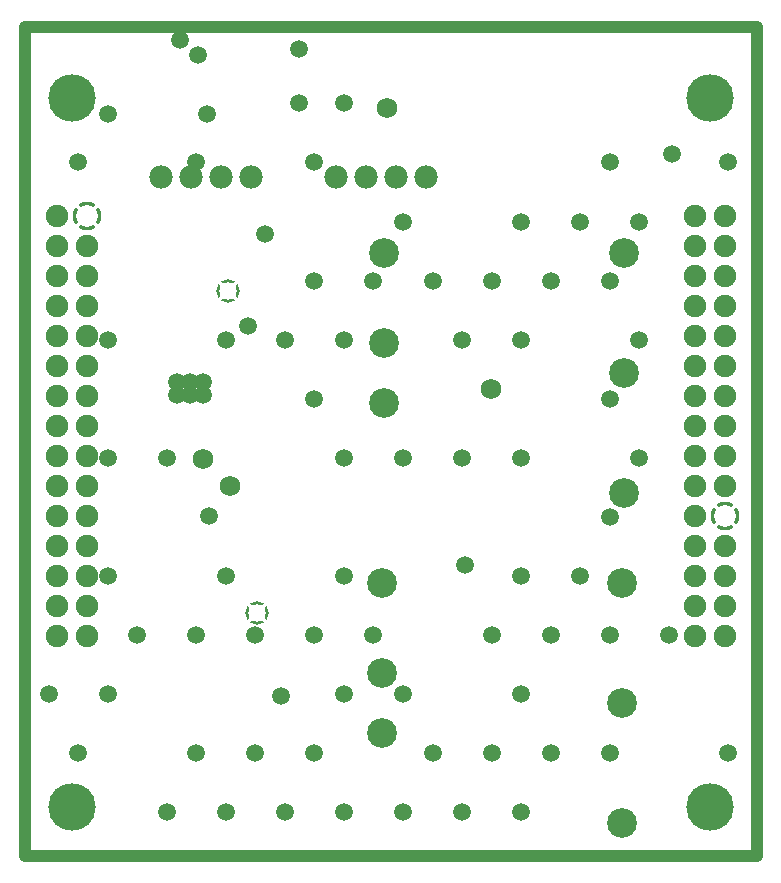
<source format=gbr>
G04 Layer_Physical_Order=2*
G04 Layer_Color=32768*
%FSLAX26Y26*%
%MOIN*%
%TF.FileFunction,Copper,L2,Inr,Plane*%
%TF.Part,Single*%
G01*
G75*
%TA.AperFunction,NonConductor*%
%ADD20C,0.040000*%
%TA.AperFunction,ComponentPad*%
%ADD21C,0.077402*%
%ADD22C,0.075433*%
G04:AMPARAMS|DCode=23|XSize=95.433mil|YSize=95.433mil|CornerRadius=0mil|HoleSize=0mil|Usage=FLASHONLY|Rotation=0.000|XOffset=0mil|YOffset=0mil|HoleType=Round|Shape=Relief|Width=10mil|Gap=10mil|Entries=4|*
%AMTHD23*
7,0,0,0.095433,0.075433,0.010000,45*
%
%ADD23THD23*%
%ADD24C,0.099055*%
%TA.AperFunction,ViaPad*%
%ADD25C,0.158110*%
%ADD26C,0.059685*%
G04:AMPARAMS|DCode=27|XSize=79.685mil|YSize=79.685mil|CornerRadius=0mil|HoleSize=0mil|Usage=FLASHONLY|Rotation=0.000|XOffset=0mil|YOffset=0mil|HoleType=Round|Shape=Relief|Width=10mil|Gap=10mil|Entries=4|*
%AMTHD27*
7,0,0,0.079685,0.059685,0.010000,45*
%
%ADD27THD27*%
%ADD28C,0.068000*%
D20*
X-157480Y-162913D02*
X-156478Y2598382D01*
X2283466Y2598470D01*
X2283464Y-163839D02*
X2283466Y2598470D01*
X-157480Y-162913D02*
X2283464Y-163839D01*
D21*
X597442Y2100000D02*
D03*
X497442D02*
D03*
X397442D02*
D03*
X297442D02*
D03*
X1178976D02*
D03*
X1078976D02*
D03*
X978976D02*
D03*
X878976D02*
D03*
D22*
X2075984Y568504D02*
D03*
X2175984D02*
D03*
X2075984Y668504D02*
D03*
X2175984D02*
D03*
X2075984Y768504D02*
D03*
X2175984D02*
D03*
X2075984Y868504D02*
D03*
X2175984D02*
D03*
X2075984Y968504D02*
D03*
Y1068504D02*
D03*
X2175984D02*
D03*
X2075984Y1168504D02*
D03*
X2175984D02*
D03*
X2075984Y1268504D02*
D03*
X2175984D02*
D03*
X2075984Y1368504D02*
D03*
X2175984D02*
D03*
X2075984Y1468504D02*
D03*
X2175984D02*
D03*
X2075984Y1568504D02*
D03*
X2175984D02*
D03*
X2075984Y1668504D02*
D03*
X2175984D02*
D03*
X2075984Y1768504D02*
D03*
X2175984D02*
D03*
X2075984Y1868504D02*
D03*
X2175984D02*
D03*
X2075984Y1968504D02*
D03*
X2175984D02*
D03*
X-50000Y568504D02*
D03*
X50000D02*
D03*
X-50000Y668504D02*
D03*
X50000D02*
D03*
X-50000Y768504D02*
D03*
X50000D02*
D03*
X-50000Y868504D02*
D03*
X50000D02*
D03*
X-50000Y968504D02*
D03*
X50000D02*
D03*
X-50000Y1068504D02*
D03*
X50000D02*
D03*
X-50000Y1168504D02*
D03*
X50000D02*
D03*
X-50000Y1268504D02*
D03*
X50000D02*
D03*
X-50000Y1368504D02*
D03*
X50000D02*
D03*
X-50000Y1468504D02*
D03*
X50000D02*
D03*
X-50000Y1568504D02*
D03*
X50000D02*
D03*
X-50000Y1668504D02*
D03*
X50000D02*
D03*
X-50000Y1768504D02*
D03*
X50000D02*
D03*
X-50000Y1868504D02*
D03*
X50000D02*
D03*
X-50000Y1968504D02*
D03*
D23*
X2175984Y968504D02*
D03*
X50000Y1968504D02*
D03*
D24*
X1840000Y1447000D02*
D03*
X1040000Y1847000D02*
D03*
Y1547000D02*
D03*
Y1347000D02*
D03*
X1840000Y1847000D02*
D03*
Y1047000D02*
D03*
X1835000Y-53000D02*
D03*
Y747000D02*
D03*
X1035000Y247000D02*
D03*
Y447000D02*
D03*
Y747000D02*
D03*
X1835000Y347000D02*
D03*
D25*
X2125985Y2362204D02*
D03*
X0D02*
D03*
X2125984Y0D02*
D03*
X0D02*
D03*
D26*
X120000Y2308276D02*
D03*
X755985Y2526500D02*
D03*
X420000Y2505345D02*
D03*
X350000Y1415000D02*
D03*
Y1371692D02*
D03*
X393308Y1415000D02*
D03*
Y1371692D02*
D03*
X436614Y1415000D02*
D03*
Y1371692D02*
D03*
X2186473Y2147788D02*
D03*
Y179284D02*
D03*
X1891198Y1950937D02*
D03*
Y1557236D02*
D03*
Y1163536D02*
D03*
X1989623Y572984D02*
D03*
X1792772Y2147788D02*
D03*
X1694347Y1950937D02*
D03*
X1792772Y1754087D02*
D03*
Y1360386D02*
D03*
Y966685D02*
D03*
X1694347Y769835D02*
D03*
X1792772Y572984D02*
D03*
Y179284D02*
D03*
X1497497Y1950937D02*
D03*
X1595922Y1754087D02*
D03*
X1497497Y1557236D02*
D03*
Y1163536D02*
D03*
Y769835D02*
D03*
X1595922Y572984D02*
D03*
X1497497Y376134D02*
D03*
X1595922Y179284D02*
D03*
X1497497Y-17567D02*
D03*
X1399072Y1754087D02*
D03*
X1300646Y1557236D02*
D03*
Y1163536D02*
D03*
X1399072Y572984D02*
D03*
Y179284D02*
D03*
X1300646Y-17567D02*
D03*
X1103796Y1950937D02*
D03*
X1202221Y1754087D02*
D03*
X1103796Y1163536D02*
D03*
Y376134D02*
D03*
X1202221Y179284D02*
D03*
X1103796Y-17567D02*
D03*
X906946Y2344638D02*
D03*
X1005371Y1754087D02*
D03*
X906946Y1557236D02*
D03*
Y1163536D02*
D03*
Y769835D02*
D03*
X1005371Y572984D02*
D03*
X906946Y376134D02*
D03*
Y-17567D02*
D03*
X808520Y2147788D02*
D03*
Y1754087D02*
D03*
X710095Y1557236D02*
D03*
X808520Y1360386D02*
D03*
Y572984D02*
D03*
Y179284D02*
D03*
X710095Y-17567D02*
D03*
X513245Y1557236D02*
D03*
Y769835D02*
D03*
X611670Y572984D02*
D03*
Y179284D02*
D03*
X513245Y-17567D02*
D03*
X414820Y2147788D02*
D03*
X316394Y1163536D02*
D03*
X414820Y572984D02*
D03*
Y179284D02*
D03*
X316394Y-17567D02*
D03*
X119544Y1557236D02*
D03*
Y1163536D02*
D03*
Y769835D02*
D03*
X217969Y572984D02*
D03*
X119544Y376134D02*
D03*
X21119Y2147788D02*
D03*
X-77306Y376134D02*
D03*
X21119Y179284D02*
D03*
X450000Y2310000D02*
D03*
X587440Y1603348D02*
D03*
X645000Y1910000D02*
D03*
X755985Y2345000D02*
D03*
X360985Y2555000D02*
D03*
X695985Y370000D02*
D03*
X1310985Y805000D02*
D03*
X2000985Y2175000D02*
D03*
X455985Y970000D02*
D03*
D27*
X520000Y1720000D02*
D03*
X615985Y645000D02*
D03*
D28*
X437357Y1160000D02*
D03*
X528662Y1069362D02*
D03*
X1395985Y1393346D02*
D03*
X1050985Y2330000D02*
D03*
%TF.MD5,d7f7f4a2bfadc428601c9ef0ff33f518*%
M02*

</source>
